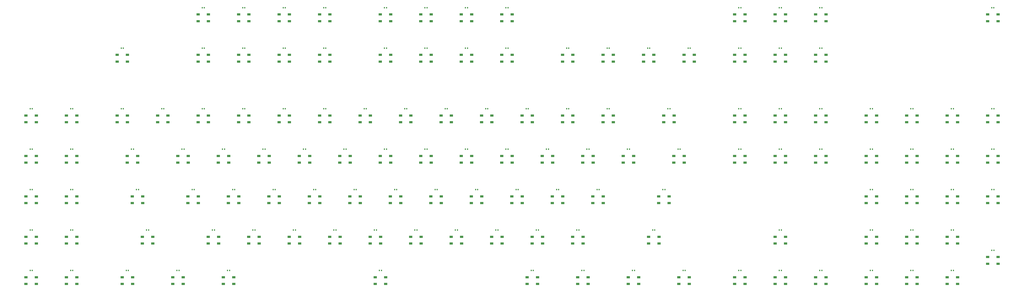
<source format=gbr>
%TF.GenerationSoftware,KiCad,Pcbnew,(6.0.0)*%
%TF.CreationDate,2022-04-30T21:56:39-04:00*%
%TF.ProjectId,SweetBusinessRGBCore,53776565-7442-4757-9369-6e6573735247,rev?*%
%TF.SameCoordinates,Original*%
%TF.FileFunction,Paste,Top*%
%TF.FilePolarity,Positive*%
%FSLAX46Y46*%
G04 Gerber Fmt 4.6, Leading zero omitted, Abs format (unit mm)*
G04 Created by KiCad (PCBNEW (6.0.0)) date 2022-04-30 21:56:39*
%MOMM*%
%LPD*%
G01*
G04 APERTURE LIST*
G04 Aperture macros list*
%AMRoundRect*
0 Rectangle with rounded corners*
0 $1 Rounding radius*
0 $2 $3 $4 $5 $6 $7 $8 $9 X,Y pos of 4 corners*
0 Add a 4 corners polygon primitive as box body*
4,1,4,$2,$3,$4,$5,$6,$7,$8,$9,$2,$3,0*
0 Add four circle primitives for the rounded corners*
1,1,$1+$1,$2,$3*
1,1,$1+$1,$4,$5*
1,1,$1+$1,$6,$7*
1,1,$1+$1,$8,$9*
0 Add four rect primitives between the rounded corners*
20,1,$1+$1,$2,$3,$4,$5,0*
20,1,$1+$1,$4,$5,$6,$7,0*
20,1,$1+$1,$6,$7,$8,$9,0*
20,1,$1+$1,$8,$9,$2,$3,0*%
G04 Aperture macros list end*
%ADD10RoundRect,0.147500X0.147500X0.172500X-0.147500X0.172500X-0.147500X-0.172500X0.147500X-0.172500X0*%
%ADD11R,1.500000X1.000000*%
%ADD12RoundRect,0.147500X-0.147500X-0.172500X0.147500X-0.172500X0.147500X0.172500X-0.147500X0.172500X0*%
G04 APERTURE END LIST*
D10*
%TO.C,LC14*%
X157647500Y-150812500D03*
X156677500Y-150812500D03*
%TD*%
D11*
%TO.C,LD41*%
X312012500Y-185750000D03*
X312012500Y-182550000D03*
X307112500Y-182550000D03*
X307112500Y-185750000D03*
%TD*%
%TO.C,LD42*%
X331062500Y-185750000D03*
X331062500Y-182550000D03*
X326162500Y-182550000D03*
X326162500Y-185750000D03*
%TD*%
%TO.C,LD126*%
X492987500Y-261950000D03*
X492987500Y-258750000D03*
X488087500Y-258750000D03*
X488087500Y-261950000D03*
%TD*%
%TO.C,LD81*%
X212000000Y-223850000D03*
X212000000Y-220650000D03*
X207100000Y-220650000D03*
X207100000Y-223850000D03*
%TD*%
D12*
%TO.C,LC89*%
X451952500Y-217487500D03*
X452922500Y-217487500D03*
%TD*%
D11*
%TO.C,LD70*%
X449987500Y-201600000D03*
X449987500Y-204800000D03*
X454887500Y-204800000D03*
X454887500Y-201600000D03*
%TD*%
D12*
%TO.C,LC91*%
X490052500Y-217487500D03*
X491022500Y-217487500D03*
%TD*%
D11*
%TO.C,LD96*%
X140425000Y-239700000D03*
X140425000Y-242900000D03*
X145325000Y-242900000D03*
X145325000Y-239700000D03*
%TD*%
D12*
%TO.C,LC124*%
X451952500Y-255587500D03*
X452922500Y-255587500D03*
%TD*%
%TO.C,LC37*%
X232877500Y-179387500D03*
X233847500Y-179387500D03*
%TD*%
D11*
%TO.C,LD84*%
X269150000Y-223850000D03*
X269150000Y-220650000D03*
X264250000Y-220650000D03*
X264250000Y-223850000D03*
%TD*%
%TO.C,LD97*%
X159475000Y-239700000D03*
X159475000Y-242900000D03*
X164375000Y-242900000D03*
X164375000Y-239700000D03*
%TD*%
%TO.C,LD60*%
X240437500Y-201600000D03*
X240437500Y-204800000D03*
X245337500Y-204800000D03*
X245337500Y-201600000D03*
%TD*%
%TO.C,LDE1*%
X512025000Y-138125000D03*
X512025000Y-134925000D03*
X507125000Y-134925000D03*
X507125000Y-138125000D03*
%TD*%
D12*
%TO.C,LC119*%
X340033750Y-255587500D03*
X341003750Y-255587500D03*
%TD*%
D11*
%TO.C,LD34*%
X178662500Y-185750000D03*
X178662500Y-182550000D03*
X173762500Y-182550000D03*
X173762500Y-185750000D03*
%TD*%
%TO.C,LD121*%
X392975000Y-261950000D03*
X392975000Y-258750000D03*
X388075000Y-258750000D03*
X388075000Y-261950000D03*
%TD*%
%TO.C,LD103*%
X273775000Y-239700000D03*
X273775000Y-242900000D03*
X278675000Y-242900000D03*
X278675000Y-239700000D03*
%TD*%
%TO.C,LD88*%
X357256250Y-223850000D03*
X357256250Y-220650000D03*
X352356250Y-220650000D03*
X352356250Y-223850000D03*
%TD*%
%TO.C,LD85*%
X288200000Y-223850000D03*
X288200000Y-220650000D03*
X283300000Y-220650000D03*
X283300000Y-223850000D03*
%TD*%
D12*
%TO.C,LC28*%
X56665000Y-179387500D03*
X57635000Y-179387500D03*
%TD*%
D10*
%TO.C,LC102*%
X257660000Y-236537500D03*
X256690000Y-236537500D03*
%TD*%
D12*
%TO.C,LC39*%
X270977500Y-179387500D03*
X271947500Y-179387500D03*
%TD*%
D11*
%TO.C,LD3*%
X159612500Y-138125000D03*
X159612500Y-134925000D03*
X154712500Y-134925000D03*
X154712500Y-138125000D03*
%TD*%
D12*
%TO.C,LC9*%
X280502500Y-131762500D03*
X281472500Y-131762500D03*
%TD*%
D10*
%TO.C,LC60*%
X243372500Y-198437500D03*
X242402500Y-198437500D03*
%TD*%
D11*
%TO.C,LD32*%
X140562500Y-185750000D03*
X140562500Y-182550000D03*
X135662500Y-182550000D03*
X135662500Y-185750000D03*
%TD*%
%TO.C,LD23*%
X345212500Y-153975000D03*
X345212500Y-157175000D03*
X350112500Y-157175000D03*
X350112500Y-153975000D03*
%TD*%
D10*
%TO.C,LC98*%
X181460000Y-236537500D03*
X180490000Y-236537500D03*
%TD*%
D12*
%TO.C,LC36*%
X213827500Y-179387500D03*
X214797500Y-179387500D03*
%TD*%
%TO.C,LC114*%
X125721250Y-255587500D03*
X126691250Y-255587500D03*
%TD*%
%TO.C,LC2*%
X137627500Y-131762500D03*
X138597500Y-131762500D03*
%TD*%
D11*
%TO.C,LD47*%
X454887500Y-185750000D03*
X454887500Y-182550000D03*
X449987500Y-182550000D03*
X449987500Y-185750000D03*
%TD*%
%TO.C,LD95*%
X109468750Y-239700000D03*
X109468750Y-242900000D03*
X114368750Y-242900000D03*
X114368750Y-239700000D03*
%TD*%
%TO.C,LD86*%
X307250000Y-223850000D03*
X307250000Y-220650000D03*
X302350000Y-220650000D03*
X302350000Y-223850000D03*
%TD*%
D12*
%TO.C,LC118*%
X316221250Y-255587500D03*
X317191250Y-255587500D03*
%TD*%
%TO.C,LC5*%
X194777500Y-131762500D03*
X195747500Y-131762500D03*
%TD*%
D11*
%TO.C,LD75*%
X78650000Y-223850000D03*
X78650000Y-220650000D03*
X73750000Y-220650000D03*
X73750000Y-223850000D03*
%TD*%
%TO.C,LD65*%
X335687500Y-201600000D03*
X335687500Y-204800000D03*
X340587500Y-204800000D03*
X340587500Y-201600000D03*
%TD*%
D12*
%TO.C,LC82*%
X228115000Y-217487500D03*
X229085000Y-217487500D03*
%TD*%
%TO.C,LC6*%
X223352500Y-131762500D03*
X224322500Y-131762500D03*
%TD*%
D11*
%TO.C,LD6*%
X226287500Y-138125000D03*
X226287500Y-134925000D03*
X221387500Y-134925000D03*
X221387500Y-138125000D03*
%TD*%
D10*
%TO.C,LC107*%
X410060000Y-236537500D03*
X409090000Y-236537500D03*
%TD*%
D12*
%TO.C,LC81*%
X209065000Y-217487500D03*
X210035000Y-217487500D03*
%TD*%
D10*
%TO.C,LC52*%
X76685000Y-198437500D03*
X75715000Y-198437500D03*
%TD*%
D11*
%TO.C,LD55*%
X145187500Y-201600000D03*
X145187500Y-204800000D03*
X150087500Y-204800000D03*
X150087500Y-201600000D03*
%TD*%
%TO.C,LD50*%
X512037500Y-185750000D03*
X512037500Y-182550000D03*
X507137500Y-182550000D03*
X507137500Y-185750000D03*
%TD*%
%TO.C,LD17*%
X221387500Y-153975000D03*
X221387500Y-157175000D03*
X226287500Y-157175000D03*
X226287500Y-153975000D03*
%TD*%
%TO.C,LD28*%
X59600000Y-185750000D03*
X59600000Y-182550000D03*
X54700000Y-182550000D03*
X54700000Y-185750000D03*
%TD*%
D10*
%TO.C,LC73*%
X510072500Y-198437500D03*
X509102500Y-198437500D03*
%TD*%
D11*
%TO.C,LD68*%
X407125000Y-201600000D03*
X407125000Y-204800000D03*
X412025000Y-204800000D03*
X412025000Y-201600000D03*
%TD*%
D10*
%TO.C,LC51*%
X57635000Y-198437500D03*
X56665000Y-198437500D03*
%TD*%
D12*
%TO.C,LC38*%
X251927500Y-179387500D03*
X252897500Y-179387500D03*
%TD*%
D11*
%TO.C,LD116*%
X223906250Y-261950000D03*
X223906250Y-258750000D03*
X219006250Y-258750000D03*
X219006250Y-261950000D03*
%TD*%
%TO.C,LD61*%
X259487500Y-201600000D03*
X259487500Y-204800000D03*
X264387500Y-204800000D03*
X264387500Y-201600000D03*
%TD*%
%TO.C,LD2*%
X140562500Y-138125000D03*
X140562500Y-134925000D03*
X135662500Y-134925000D03*
X135662500Y-138125000D03*
%TD*%
%TO.C,LD11*%
X412025000Y-138125000D03*
X412025000Y-134925000D03*
X407125000Y-134925000D03*
X407125000Y-138125000D03*
%TD*%
%TO.C,LD46*%
X431075000Y-185750000D03*
X431075000Y-182550000D03*
X426175000Y-182550000D03*
X426175000Y-185750000D03*
%TD*%
D10*
%TO.C,LC18*%
X243372500Y-150812500D03*
X242402500Y-150812500D03*
%TD*%
D11*
%TO.C,LD38*%
X254862500Y-185750000D03*
X254862500Y-182550000D03*
X249962500Y-182550000D03*
X249962500Y-185750000D03*
%TD*%
%TO.C,LD4*%
X178662500Y-138125000D03*
X178662500Y-134925000D03*
X173762500Y-134925000D03*
X173762500Y-138125000D03*
%TD*%
D10*
%TO.C,LC56*%
X167172500Y-198437500D03*
X166202500Y-198437500D03*
%TD*%
D11*
%TO.C,LD118*%
X319156250Y-261950000D03*
X319156250Y-258750000D03*
X314256250Y-258750000D03*
X314256250Y-261950000D03*
%TD*%
%TO.C,LD78*%
X154850000Y-223850000D03*
X154850000Y-220650000D03*
X149950000Y-220650000D03*
X149950000Y-223850000D03*
%TD*%
%TO.C,LD1*%
X102462500Y-157175000D03*
X102462500Y-153975000D03*
X97562500Y-153975000D03*
X97562500Y-157175000D03*
%TD*%
D10*
%TO.C,LC59*%
X224322500Y-198437500D03*
X223352500Y-198437500D03*
%TD*%
D12*
%TO.C,LC92*%
X509102500Y-217487500D03*
X510072500Y-217487500D03*
%TD*%
%TO.C,LC8*%
X261452500Y-131762500D03*
X262422500Y-131762500D03*
%TD*%
D10*
%TO.C,LC64*%
X319572500Y-198437500D03*
X318602500Y-198437500D03*
%TD*%
D11*
%TO.C,LD93*%
X54700000Y-239700000D03*
X54700000Y-242900000D03*
X59600000Y-242900000D03*
X59600000Y-239700000D03*
%TD*%
%TO.C,LD25*%
X388075000Y-153975000D03*
X388075000Y-157175000D03*
X392975000Y-157175000D03*
X392975000Y-153975000D03*
%TD*%
%TO.C,LD117*%
X295343750Y-261950000D03*
X295343750Y-258750000D03*
X290443750Y-258750000D03*
X290443750Y-261950000D03*
%TD*%
D12*
%TO.C,LC122*%
X409090000Y-255587500D03*
X410060000Y-255587500D03*
%TD*%
D10*
%TO.C,LC15*%
X176697500Y-150812500D03*
X175727500Y-150812500D03*
%TD*%
D12*
%TO.C,LC50*%
X509102500Y-179387500D03*
X510072500Y-179387500D03*
%TD*%
D10*
%TO.C,LC20*%
X281472500Y-150812500D03*
X280502500Y-150812500D03*
%TD*%
D11*
%TO.C,LD87*%
X326300000Y-223850000D03*
X326300000Y-220650000D03*
X321400000Y-220650000D03*
X321400000Y-223850000D03*
%TD*%
%TO.C,LD98*%
X178525000Y-239700000D03*
X178525000Y-242900000D03*
X183425000Y-242900000D03*
X183425000Y-239700000D03*
%TD*%
%TO.C,LD100*%
X216625000Y-239700000D03*
X216625000Y-242900000D03*
X221525000Y-242900000D03*
X221525000Y-239700000D03*
%TD*%
%TO.C,LD52*%
X73750000Y-201600000D03*
X73750000Y-204800000D03*
X78650000Y-204800000D03*
X78650000Y-201600000D03*
%TD*%
%TO.C,LD18*%
X240437500Y-153975000D03*
X240437500Y-157175000D03*
X245337500Y-157175000D03*
X245337500Y-153975000D03*
%TD*%
%TO.C,LD12*%
X431075000Y-138125000D03*
X431075000Y-134925000D03*
X426175000Y-134925000D03*
X426175000Y-138125000D03*
%TD*%
D10*
%TO.C,LC94*%
X76685000Y-236537500D03*
X75715000Y-236537500D03*
%TD*%
D12*
%TO.C,LC46*%
X428140000Y-179387500D03*
X429110000Y-179387500D03*
%TD*%
%TO.C,LC31*%
X118577500Y-179387500D03*
X119547500Y-179387500D03*
%TD*%
D11*
%TO.C,LD110*%
X488087500Y-239700000D03*
X488087500Y-242900000D03*
X492987500Y-242900000D03*
X492987500Y-239700000D03*
%TD*%
D10*
%TO.C,LC13*%
X138597500Y-150812500D03*
X137627500Y-150812500D03*
%TD*%
%TO.C,LC108*%
X452922500Y-236537500D03*
X451952500Y-236537500D03*
%TD*%
D12*
%TO.C,LC12*%
X428140000Y-131762500D03*
X429110000Y-131762500D03*
%TD*%
D10*
%TO.C,LC105*%
X314810000Y-236537500D03*
X313840000Y-236537500D03*
%TD*%
D11*
%TO.C,LD44*%
X392975000Y-185750000D03*
X392975000Y-182550000D03*
X388075000Y-182550000D03*
X388075000Y-185750000D03*
%TD*%
D10*
%TO.C,LC58*%
X205272500Y-198437500D03*
X204302500Y-198437500D03*
%TD*%
%TO.C,LC17*%
X224322500Y-150812500D03*
X223352500Y-150812500D03*
%TD*%
D11*
%TO.C,LD122*%
X412025000Y-261950000D03*
X412025000Y-258750000D03*
X407125000Y-258750000D03*
X407125000Y-261950000D03*
%TD*%
%TO.C,LD8*%
X264387500Y-138125000D03*
X264387500Y-134925000D03*
X259487500Y-134925000D03*
X259487500Y-138125000D03*
%TD*%
%TO.C,LD71*%
X469037500Y-201600000D03*
X469037500Y-204800000D03*
X473937500Y-204800000D03*
X473937500Y-201600000D03*
%TD*%
D10*
%TO.C,LC99*%
X200510000Y-236537500D03*
X199540000Y-236537500D03*
%TD*%
D12*
%TO.C,LCE1*%
X509077500Y-131762500D03*
X510047500Y-131762500D03*
%TD*%
D10*
%TO.C,LC103*%
X276710000Y-236537500D03*
X275740000Y-236537500D03*
%TD*%
D11*
%TO.C,LD112*%
X78650000Y-261950000D03*
X78650000Y-258750000D03*
X73750000Y-258750000D03*
X73750000Y-261950000D03*
%TD*%
D10*
%TO.C,LC22*%
X329097500Y-150812500D03*
X328127500Y-150812500D03*
%TD*%
D11*
%TO.C,LD31*%
X121512500Y-185750000D03*
X121512500Y-182550000D03*
X116612500Y-182550000D03*
X116612500Y-185750000D03*
%TD*%
D10*
%TO.C,LC69*%
X429110000Y-198437500D03*
X428140000Y-198437500D03*
%TD*%
%TO.C,LC101*%
X238610000Y-236537500D03*
X237640000Y-236537500D03*
%TD*%
D11*
%TO.C,LD21*%
X307112500Y-153975000D03*
X307112500Y-157175000D03*
X312012500Y-157175000D03*
X312012500Y-153975000D03*
%TD*%
D12*
%TO.C,LC3*%
X156677500Y-131762500D03*
X157647500Y-131762500D03*
%TD*%
D10*
%TO.C,LC55*%
X148122500Y-198437500D03*
X147152500Y-198437500D03*
%TD*%
D12*
%TO.C,LC125*%
X471002500Y-255587500D03*
X471972500Y-255587500D03*
%TD*%
D10*
%TO.C,LC24*%
X367197500Y-150812500D03*
X366227500Y-150812500D03*
%TD*%
D11*
%TO.C,LD51*%
X54700000Y-201600000D03*
X54700000Y-204800000D03*
X59600000Y-204800000D03*
X59600000Y-201600000D03*
%TD*%
D12*
%TO.C,LC123*%
X428140000Y-255587500D03*
X429110000Y-255587500D03*
%TD*%
%TO.C,LC32*%
X137627500Y-179387500D03*
X138597500Y-179387500D03*
%TD*%
%TO.C,LC79*%
X170965000Y-217487500D03*
X171935000Y-217487500D03*
%TD*%
D11*
%TO.C,LD69*%
X426175000Y-201600000D03*
X426175000Y-204800000D03*
X431075000Y-204800000D03*
X431075000Y-201600000D03*
%TD*%
%TO.C,LD120*%
X366781250Y-261950000D03*
X366781250Y-258750000D03*
X361881250Y-258750000D03*
X361881250Y-261950000D03*
%TD*%
D10*
%TO.C,LC19*%
X262422500Y-150812500D03*
X261452500Y-150812500D03*
%TD*%
D11*
%TO.C,LD89*%
X454887500Y-223850000D03*
X454887500Y-220650000D03*
X449987500Y-220650000D03*
X449987500Y-223850000D03*
%TD*%
%TO.C,LD19*%
X259487500Y-153975000D03*
X259487500Y-157175000D03*
X264387500Y-157175000D03*
X264387500Y-153975000D03*
%TD*%
D10*
%TO.C,LC104*%
X295760000Y-236537500D03*
X294790000Y-236537500D03*
%TD*%
D12*
%TO.C,LC111*%
X56665000Y-255587500D03*
X57635000Y-255587500D03*
%TD*%
D11*
%TO.C,LD35*%
X197712500Y-185750000D03*
X197712500Y-182550000D03*
X192812500Y-182550000D03*
X192812500Y-185750000D03*
%TD*%
D12*
%TO.C,LC127*%
X509102500Y-246062500D03*
X510072500Y-246062500D03*
%TD*%
D11*
%TO.C,LD10*%
X392975000Y-138125000D03*
X392975000Y-134925000D03*
X388075000Y-134925000D03*
X388075000Y-138125000D03*
%TD*%
D10*
%TO.C,LC61*%
X262422500Y-198437500D03*
X261452500Y-198437500D03*
%TD*%
D12*
%TO.C,LC113*%
X101908750Y-255587500D03*
X102878750Y-255587500D03*
%TD*%
%TO.C,LC86*%
X304315000Y-217487500D03*
X305285000Y-217487500D03*
%TD*%
D10*
%TO.C,LC21*%
X310047500Y-150812500D03*
X309077500Y-150812500D03*
%TD*%
%TO.C,LC110*%
X491022500Y-236537500D03*
X490052500Y-236537500D03*
%TD*%
D11*
%TO.C,LD9*%
X283437500Y-138125000D03*
X283437500Y-134925000D03*
X278537500Y-134925000D03*
X278537500Y-138125000D03*
%TD*%
D12*
%TO.C,LC126*%
X490052500Y-255587500D03*
X491022500Y-255587500D03*
%TD*%
%TO.C,LC33*%
X156677500Y-179387500D03*
X157647500Y-179387500D03*
%TD*%
D11*
%TO.C,LD101*%
X235675000Y-239700000D03*
X235675000Y-242900000D03*
X240575000Y-242900000D03*
X240575000Y-239700000D03*
%TD*%
D12*
%TO.C,LC117*%
X292408750Y-255587500D03*
X293378750Y-255587500D03*
%TD*%
%TO.C,LC115*%
X149533750Y-255587500D03*
X150503750Y-255587500D03*
%TD*%
D10*
%TO.C,LC25*%
X391010000Y-150812500D03*
X390040000Y-150812500D03*
%TD*%
D11*
%TO.C,LD113*%
X104843750Y-261950000D03*
X104843750Y-258750000D03*
X99943750Y-258750000D03*
X99943750Y-261950000D03*
%TD*%
%TO.C,LD20*%
X278537500Y-153975000D03*
X278537500Y-157175000D03*
X283437500Y-157175000D03*
X283437500Y-153975000D03*
%TD*%
D12*
%TO.C,LC35*%
X194777500Y-179387500D03*
X195747500Y-179387500D03*
%TD*%
D11*
%TO.C,LD48*%
X473937500Y-185750000D03*
X473937500Y-182550000D03*
X469037500Y-182550000D03*
X469037500Y-185750000D03*
%TD*%
D12*
%TO.C,LC75*%
X75715000Y-217487500D03*
X76685000Y-217487500D03*
%TD*%
D11*
%TO.C,LD74*%
X59600000Y-223850000D03*
X59600000Y-220650000D03*
X54700000Y-220650000D03*
X54700000Y-223850000D03*
%TD*%
%TO.C,LD54*%
X126137500Y-201600000D03*
X126137500Y-204800000D03*
X131037500Y-204800000D03*
X131037500Y-201600000D03*
%TD*%
%TO.C,LD105*%
X311875000Y-239700000D03*
X311875000Y-242900000D03*
X316775000Y-242900000D03*
X316775000Y-239700000D03*
%TD*%
%TO.C,LD77*%
X135800000Y-223850000D03*
X135800000Y-220650000D03*
X130900000Y-220650000D03*
X130900000Y-223850000D03*
%TD*%
D10*
%TO.C,LC16*%
X195747500Y-150812500D03*
X194777500Y-150812500D03*
%TD*%
D11*
%TO.C,LD99*%
X197575000Y-239700000D03*
X197575000Y-242900000D03*
X202475000Y-242900000D03*
X202475000Y-239700000D03*
%TD*%
D12*
%TO.C,LC116*%
X220971250Y-255587500D03*
X221941250Y-255587500D03*
%TD*%
D11*
%TO.C,LD76*%
X109606250Y-223850000D03*
X109606250Y-220650000D03*
X104706250Y-220650000D03*
X104706250Y-223850000D03*
%TD*%
%TO.C,LD30*%
X102462500Y-185750000D03*
X102462500Y-182550000D03*
X97562500Y-182550000D03*
X97562500Y-185750000D03*
%TD*%
D10*
%TO.C,LC100*%
X219560000Y-236537500D03*
X218590000Y-236537500D03*
%TD*%
D12*
%TO.C,LC44*%
X390040000Y-179387500D03*
X391010000Y-179387500D03*
%TD*%
%TO.C,LC112*%
X75715000Y-255587500D03*
X76685000Y-255587500D03*
%TD*%
%TO.C,LC1*%
X99527500Y-150812500D03*
X100497500Y-150812500D03*
%TD*%
D11*
%TO.C,LD29*%
X78650000Y-185750000D03*
X78650000Y-182550000D03*
X73750000Y-182550000D03*
X73750000Y-185750000D03*
%TD*%
%TO.C,LD49*%
X492987500Y-185750000D03*
X492987500Y-182550000D03*
X488087500Y-182550000D03*
X488087500Y-185750000D03*
%TD*%
%TO.C,LD67*%
X388075000Y-201600000D03*
X388075000Y-204800000D03*
X392975000Y-204800000D03*
X392975000Y-201600000D03*
%TD*%
D10*
%TO.C,LC109*%
X471972500Y-236537500D03*
X471002500Y-236537500D03*
%TD*%
%TO.C,LC65*%
X338622500Y-198437500D03*
X337652500Y-198437500D03*
%TD*%
D11*
%TO.C,LD45*%
X412025000Y-185750000D03*
X412025000Y-182550000D03*
X407125000Y-182550000D03*
X407125000Y-185750000D03*
%TD*%
%TO.C,LD62*%
X278537500Y-201600000D03*
X278537500Y-204800000D03*
X283437500Y-204800000D03*
X283437500Y-201600000D03*
%TD*%
%TO.C,LD40*%
X292962500Y-185750000D03*
X292962500Y-182550000D03*
X288062500Y-182550000D03*
X288062500Y-185750000D03*
%TD*%
D12*
%TO.C,LC74*%
X56665000Y-217487500D03*
X57635000Y-217487500D03*
%TD*%
D11*
%TO.C,LD109*%
X469037500Y-239700000D03*
X469037500Y-242900000D03*
X473937500Y-242900000D03*
X473937500Y-239700000D03*
%TD*%
%TO.C,LD24*%
X364262500Y-153975000D03*
X364262500Y-157175000D03*
X369162500Y-157175000D03*
X369162500Y-153975000D03*
%TD*%
D12*
%TO.C,LC41*%
X309077500Y-179387500D03*
X310047500Y-179387500D03*
%TD*%
D10*
%TO.C,LC26*%
X410060000Y-150812500D03*
X409090000Y-150812500D03*
%TD*%
D12*
%TO.C,LC40*%
X290027500Y-179387500D03*
X290997500Y-179387500D03*
%TD*%
D11*
%TO.C,LD115*%
X152468750Y-261950000D03*
X152468750Y-258750000D03*
X147568750Y-258750000D03*
X147568750Y-261950000D03*
%TD*%
%TO.C,LD27*%
X426175000Y-153975000D03*
X426175000Y-157175000D03*
X431075000Y-157175000D03*
X431075000Y-153975000D03*
%TD*%
%TO.C,LD83*%
X250100000Y-223850000D03*
X250100000Y-220650000D03*
X245200000Y-220650000D03*
X245200000Y-223850000D03*
%TD*%
%TO.C,LD108*%
X449987500Y-239700000D03*
X449987500Y-242900000D03*
X454887500Y-242900000D03*
X454887500Y-239700000D03*
%TD*%
D12*
%TO.C,LC77*%
X132865000Y-217487500D03*
X133835000Y-217487500D03*
%TD*%
%TO.C,LC83*%
X247165000Y-217487500D03*
X248135000Y-217487500D03*
%TD*%
D11*
%TO.C,LD57*%
X183287500Y-201600000D03*
X183287500Y-204800000D03*
X188187500Y-204800000D03*
X188187500Y-201600000D03*
%TD*%
%TO.C,LD90*%
X473937500Y-223850000D03*
X473937500Y-220650000D03*
X469037500Y-220650000D03*
X469037500Y-223850000D03*
%TD*%
%TO.C,LD124*%
X454887500Y-261950000D03*
X454887500Y-258750000D03*
X449987500Y-258750000D03*
X449987500Y-261950000D03*
%TD*%
%TO.C,LD82*%
X231050000Y-223850000D03*
X231050000Y-220650000D03*
X226150000Y-220650000D03*
X226150000Y-223850000D03*
%TD*%
D12*
%TO.C,LC4*%
X175727500Y-131762500D03*
X176697500Y-131762500D03*
%TD*%
%TO.C,LC42*%
X328127500Y-179387500D03*
X329097500Y-179387500D03*
%TD*%
D11*
%TO.C,LD56*%
X164237500Y-201600000D03*
X164237500Y-204800000D03*
X169137500Y-204800000D03*
X169137500Y-201600000D03*
%TD*%
%TO.C,LD127*%
X512037500Y-252425000D03*
X512037500Y-249225000D03*
X507137500Y-249225000D03*
X507137500Y-252425000D03*
%TD*%
D12*
%TO.C,LC121*%
X390040000Y-255587500D03*
X391010000Y-255587500D03*
%TD*%
D11*
%TO.C,LD16*%
X192812500Y-153975000D03*
X192812500Y-157175000D03*
X197712500Y-157175000D03*
X197712500Y-153975000D03*
%TD*%
%TO.C,LD43*%
X359637500Y-185750000D03*
X359637500Y-182550000D03*
X354737500Y-182550000D03*
X354737500Y-185750000D03*
%TD*%
D12*
%TO.C,LC45*%
X409090000Y-179387500D03*
X410060000Y-179387500D03*
%TD*%
%TO.C,LC49*%
X490052500Y-179387500D03*
X491022500Y-179387500D03*
%TD*%
D10*
%TO.C,LC96*%
X143360000Y-236537500D03*
X142390000Y-236537500D03*
%TD*%
D11*
%TO.C,LD63*%
X297587500Y-201600000D03*
X297587500Y-204800000D03*
X302487500Y-204800000D03*
X302487500Y-201600000D03*
%TD*%
D12*
%TO.C,LC88*%
X354321250Y-217487500D03*
X355291250Y-217487500D03*
%TD*%
D11*
%TO.C,LD125*%
X473937500Y-261950000D03*
X473937500Y-258750000D03*
X469037500Y-258750000D03*
X469037500Y-261950000D03*
%TD*%
D12*
%TO.C,LC47*%
X451952500Y-179387500D03*
X452922500Y-179387500D03*
%TD*%
D10*
%TO.C,LC57*%
X186222500Y-198437500D03*
X185252500Y-198437500D03*
%TD*%
D11*
%TO.C,LD107*%
X407125000Y-239700000D03*
X407125000Y-242900000D03*
X412025000Y-242900000D03*
X412025000Y-239700000D03*
%TD*%
D10*
%TO.C,LC68*%
X410060000Y-198437500D03*
X409090000Y-198437500D03*
%TD*%
D12*
%TO.C,LC29*%
X75715000Y-179387500D03*
X76685000Y-179387500D03*
%TD*%
%TO.C,LC43*%
X356702500Y-179387500D03*
X357672500Y-179387500D03*
%TD*%
D10*
%TO.C,LC54*%
X129072500Y-198437500D03*
X128102500Y-198437500D03*
%TD*%
D11*
%TO.C,LD72*%
X488087500Y-201600000D03*
X488087500Y-204800000D03*
X492987500Y-204800000D03*
X492987500Y-201600000D03*
%TD*%
%TO.C,LD39*%
X273912500Y-185750000D03*
X273912500Y-182550000D03*
X269012500Y-182550000D03*
X269012500Y-185750000D03*
%TD*%
D12*
%TO.C,LC85*%
X285265000Y-217487500D03*
X286235000Y-217487500D03*
%TD*%
D11*
%TO.C,LD26*%
X407125000Y-153975000D03*
X407125000Y-157175000D03*
X412025000Y-157175000D03*
X412025000Y-153975000D03*
%TD*%
D10*
%TO.C,LC72*%
X491022500Y-198437500D03*
X490052500Y-198437500D03*
%TD*%
%TO.C,LC62*%
X281472500Y-198437500D03*
X280502500Y-198437500D03*
%TD*%
D12*
%TO.C,LC84*%
X266215000Y-217487500D03*
X267185000Y-217487500D03*
%TD*%
D11*
%TO.C,LD102*%
X254725000Y-239700000D03*
X254725000Y-242900000D03*
X259625000Y-242900000D03*
X259625000Y-239700000D03*
%TD*%
%TO.C,LD80*%
X192950000Y-223850000D03*
X192950000Y-220650000D03*
X188050000Y-220650000D03*
X188050000Y-223850000D03*
%TD*%
D12*
%TO.C,LC87*%
X323365000Y-217487500D03*
X324335000Y-217487500D03*
%TD*%
D11*
%TO.C,LD119*%
X342968750Y-261950000D03*
X342968750Y-258750000D03*
X338068750Y-258750000D03*
X338068750Y-261950000D03*
%TD*%
D10*
%TO.C,LC23*%
X348147500Y-150812500D03*
X347177500Y-150812500D03*
%TD*%
D11*
%TO.C,LD111*%
X59600000Y-261950000D03*
X59600000Y-258750000D03*
X54700000Y-258750000D03*
X54700000Y-261950000D03*
%TD*%
%TO.C,LD66*%
X359500000Y-201600000D03*
X359500000Y-204800000D03*
X364400000Y-204800000D03*
X364400000Y-201600000D03*
%TD*%
D10*
%TO.C,LC53*%
X105260000Y-198437500D03*
X104290000Y-198437500D03*
%TD*%
D11*
%TO.C,LD79*%
X173900000Y-223850000D03*
X173900000Y-220650000D03*
X169000000Y-220650000D03*
X169000000Y-223850000D03*
%TD*%
%TO.C,LD114*%
X128656250Y-261950000D03*
X128656250Y-258750000D03*
X123756250Y-258750000D03*
X123756250Y-261950000D03*
%TD*%
D10*
%TO.C,LC27*%
X429110000Y-150812500D03*
X428140000Y-150812500D03*
%TD*%
%TO.C,LC97*%
X162410000Y-236537500D03*
X161440000Y-236537500D03*
%TD*%
D11*
%TO.C,LD14*%
X154712500Y-153975000D03*
X154712500Y-157175000D03*
X159612500Y-157175000D03*
X159612500Y-153975000D03*
%TD*%
D12*
%TO.C,LC78*%
X151915000Y-217487500D03*
X152885000Y-217487500D03*
%TD*%
D11*
%TO.C,LD37*%
X235812500Y-185750000D03*
X235812500Y-182550000D03*
X230912500Y-182550000D03*
X230912500Y-185750000D03*
%TD*%
D10*
%TO.C,LC93*%
X57635000Y-236537500D03*
X56665000Y-236537500D03*
%TD*%
D11*
%TO.C,LD73*%
X507137500Y-201600000D03*
X507137500Y-204800000D03*
X512037500Y-204800000D03*
X512037500Y-201600000D03*
%TD*%
%TO.C,LD33*%
X159612500Y-185750000D03*
X159612500Y-182550000D03*
X154712500Y-182550000D03*
X154712500Y-185750000D03*
%TD*%
%TO.C,LD123*%
X431075000Y-261950000D03*
X431075000Y-258750000D03*
X426175000Y-258750000D03*
X426175000Y-261950000D03*
%TD*%
%TO.C,LD94*%
X73750000Y-239700000D03*
X73750000Y-242900000D03*
X78650000Y-242900000D03*
X78650000Y-239700000D03*
%TD*%
D12*
%TO.C,LC120*%
X363846250Y-255587500D03*
X364816250Y-255587500D03*
%TD*%
%TO.C,LC7*%
X242402500Y-131762500D03*
X243372500Y-131762500D03*
%TD*%
D10*
%TO.C,LC95*%
X112403750Y-236537500D03*
X111433750Y-236537500D03*
%TD*%
%TO.C,LC66*%
X362435000Y-198437500D03*
X361465000Y-198437500D03*
%TD*%
D11*
%TO.C,LD64*%
X316637500Y-201600000D03*
X316637500Y-204800000D03*
X321537500Y-204800000D03*
X321537500Y-201600000D03*
%TD*%
%TO.C,LD106*%
X347593750Y-239700000D03*
X347593750Y-242900000D03*
X352493750Y-242900000D03*
X352493750Y-239700000D03*
%TD*%
D10*
%TO.C,LC71*%
X471972500Y-198437500D03*
X471002500Y-198437500D03*
%TD*%
D11*
%TO.C,LD58*%
X202337500Y-201600000D03*
X202337500Y-204800000D03*
X207237500Y-204800000D03*
X207237500Y-201600000D03*
%TD*%
%TO.C,LD53*%
X102325000Y-201600000D03*
X102325000Y-204800000D03*
X107225000Y-204800000D03*
X107225000Y-201600000D03*
%TD*%
D10*
%TO.C,LC70*%
X452922500Y-198437500D03*
X451952500Y-198437500D03*
%TD*%
D12*
%TO.C,LC10*%
X390040000Y-131762500D03*
X391010000Y-131762500D03*
%TD*%
D10*
%TO.C,LC67*%
X391010000Y-198437500D03*
X390040000Y-198437500D03*
%TD*%
D12*
%TO.C,LC48*%
X471002500Y-179387500D03*
X471972500Y-179387500D03*
%TD*%
D11*
%TO.C,LD7*%
X245337500Y-138125000D03*
X245337500Y-134925000D03*
X240437500Y-134925000D03*
X240437500Y-138125000D03*
%TD*%
%TO.C,LD92*%
X512037500Y-223850000D03*
X512037500Y-220650000D03*
X507137500Y-220650000D03*
X507137500Y-223850000D03*
%TD*%
%TO.C,LD91*%
X492987500Y-223850000D03*
X492987500Y-220650000D03*
X488087500Y-220650000D03*
X488087500Y-223850000D03*
%TD*%
D12*
%TO.C,LC30*%
X99527500Y-179387500D03*
X100497500Y-179387500D03*
%TD*%
%TO.C,LC11*%
X409090000Y-131762500D03*
X410060000Y-131762500D03*
%TD*%
D10*
%TO.C,LC63*%
X300522500Y-198437500D03*
X299552500Y-198437500D03*
%TD*%
D12*
%TO.C,LC76*%
X106671250Y-217487500D03*
X107641250Y-217487500D03*
%TD*%
%TO.C,LC34*%
X175727500Y-179387500D03*
X176697500Y-179387500D03*
%TD*%
D11*
%TO.C,LD13*%
X135662500Y-153975000D03*
X135662500Y-157175000D03*
X140562500Y-157175000D03*
X140562500Y-153975000D03*
%TD*%
%TO.C,LD59*%
X221387500Y-201600000D03*
X221387500Y-204800000D03*
X226287500Y-204800000D03*
X226287500Y-201600000D03*
%TD*%
%TO.C,LD104*%
X292825000Y-239700000D03*
X292825000Y-242900000D03*
X297725000Y-242900000D03*
X297725000Y-239700000D03*
%TD*%
D10*
%TO.C,LC106*%
X350528750Y-236537500D03*
X349558750Y-236537500D03*
%TD*%
D12*
%TO.C,LC80*%
X190015000Y-217487500D03*
X190985000Y-217487500D03*
%TD*%
D11*
%TO.C,LD15*%
X173762500Y-153975000D03*
X173762500Y-157175000D03*
X178662500Y-157175000D03*
X178662500Y-153975000D03*
%TD*%
%TO.C,LD22*%
X326162500Y-153975000D03*
X326162500Y-157175000D03*
X331062500Y-157175000D03*
X331062500Y-153975000D03*
%TD*%
%TO.C,LD5*%
X197712500Y-138125000D03*
X197712500Y-134925000D03*
X192812500Y-134925000D03*
X192812500Y-138125000D03*
%TD*%
D12*
%TO.C,LC90*%
X471002500Y-217487500D03*
X471972500Y-217487500D03*
%TD*%
D11*
%TO.C,LD36*%
X216762500Y-185750000D03*
X216762500Y-182550000D03*
X211862500Y-182550000D03*
X211862500Y-185750000D03*
%TD*%
M02*

</source>
